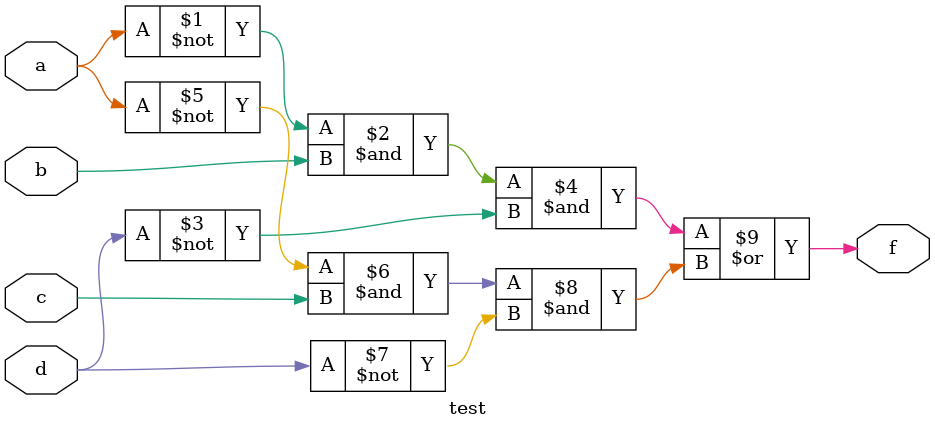
<source format=v>
`timescale 1ns / 1ps
module test(
    input a,
    input b,
    input c,
    input d,
    output f
    );
assign f = (~a & b & ~d) | (~a & c & ~d);

endmodule

</source>
